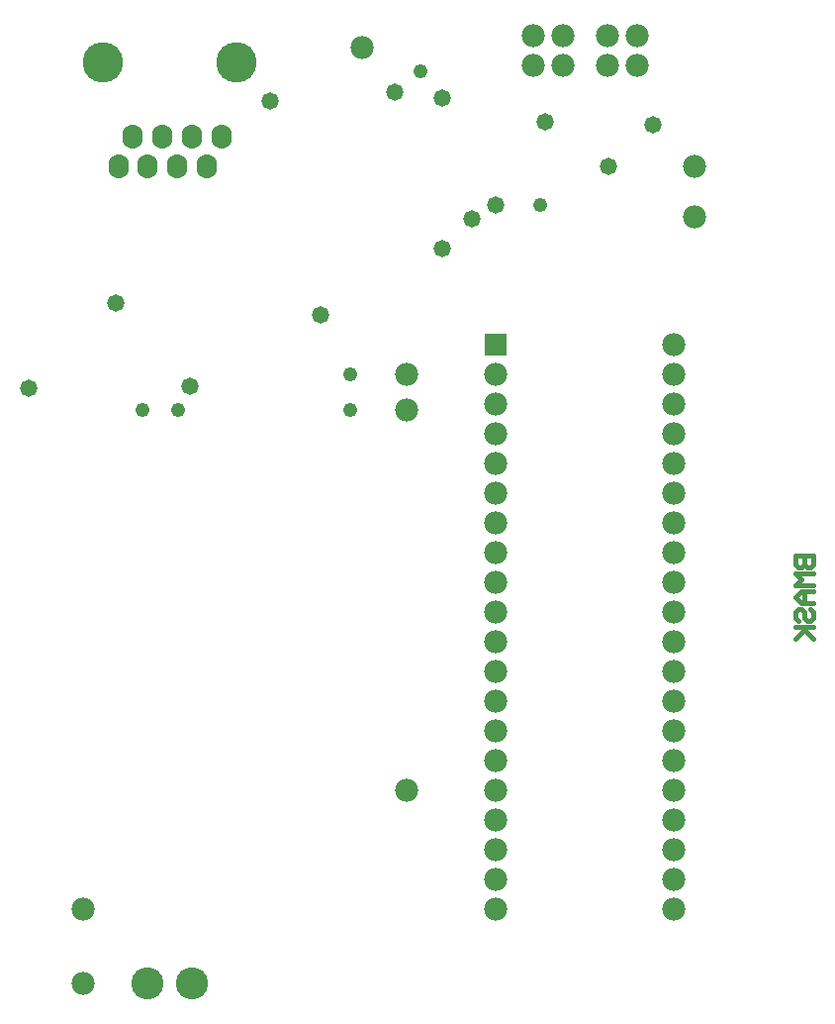
<source format=gbs>
%FSLAX24Y24*%
%MOIN*%
G70*
G01*
G75*
%ADD10R,0.0500X0.0600*%
%ADD11R,0.0320X0.0950*%
%ADD12R,0.0600X0.0500*%
%ADD13R,0.0360X0.0360*%
%ADD14R,0.0500X0.0360*%
%ADD15C,0.0200*%
%ADD16C,0.0500*%
%ADD17C,0.0150*%
%ADD18C,0.0300*%
%ADD19R,0.1000X0.6600*%
%ADD20C,0.0700*%
%ADD21O,0.0600X0.0750*%
%ADD22C,0.1280*%
%ADD23C,0.1000*%
%ADD24R,0.0700X0.0700*%
%ADD25C,0.0500*%
%ADD26C,0.0400*%
%ADD27C,0.0120*%
%ADD28C,0.0400*%
%ADD29R,0.1000X0.3500*%
%ADD30C,0.0080*%
%ADD31C,0.0079*%
%ADD32C,0.0100*%
%ADD33C,0.0000*%
%ADD34R,0.0580X0.0680*%
%ADD35R,0.0400X0.1030*%
%ADD36R,0.0680X0.0580*%
%ADD37R,0.0440X0.0440*%
%ADD38R,0.0580X0.0440*%
%ADD39C,0.0780*%
%ADD40O,0.0680X0.0830*%
%ADD41C,0.1360*%
%ADD42C,0.1080*%
%ADD43R,0.0780X0.0780*%
%ADD44C,0.0580*%
%ADD45C,0.0480*%
D17*
X134200Y81900D02*
X134800D01*
Y81600D01*
X134700Y81500D01*
X134600D01*
X134500Y81600D01*
Y81900D01*
Y81600D01*
X134400Y81500D01*
X134300D01*
X134200Y81600D01*
Y81900D01*
X134800Y81300D02*
X134200D01*
X134400Y81100D01*
X134200Y80900D01*
X134800D01*
Y80700D02*
X134400D01*
X134200Y80500D01*
X134400Y80301D01*
X134800D01*
X134500D01*
Y80700D01*
X134300Y79701D02*
X134200Y79801D01*
Y80001D01*
X134300Y80101D01*
X134400D01*
X134500Y80001D01*
Y79801D01*
X134600Y79701D01*
X134700D01*
X134800Y79801D01*
Y80001D01*
X134700Y80101D01*
X134200Y79501D02*
X134800D01*
X134600D01*
X134200Y79101D01*
X134500Y79401D01*
X134800Y79101D01*
D39*
X119600Y99000D02*
D03*
X121100Y74000D02*
D03*
X130800Y93300D02*
D03*
Y95000D02*
D03*
X121100Y86800D02*
D03*
Y88000D02*
D03*
X110200Y70000D02*
D03*
Y67500D02*
D03*
X125350Y98400D02*
D03*
X126350Y99400D02*
D03*
Y98400D02*
D03*
X125350Y99400D02*
D03*
X128850Y99400D02*
D03*
Y98400D02*
D03*
X127850Y99400D02*
D03*
Y98400D02*
D03*
X124100Y70000D02*
D03*
Y71000D02*
D03*
Y72000D02*
D03*
Y73000D02*
D03*
X130100Y88000D02*
D03*
Y89000D02*
D03*
Y78000D02*
D03*
X124100Y74000D02*
D03*
X130100Y86000D02*
D03*
Y87000D02*
D03*
Y82000D02*
D03*
Y83000D02*
D03*
Y84000D02*
D03*
Y85000D02*
D03*
Y80000D02*
D03*
Y81000D02*
D03*
Y75000D02*
D03*
Y76000D02*
D03*
Y77000D02*
D03*
X124100Y81000D02*
D03*
Y77000D02*
D03*
Y78000D02*
D03*
Y79000D02*
D03*
Y80000D02*
D03*
X130100Y70000D02*
D03*
X124100Y82000D02*
D03*
Y83000D02*
D03*
Y84000D02*
D03*
Y85000D02*
D03*
Y86000D02*
D03*
Y87000D02*
D03*
Y88000D02*
D03*
X130100Y79000D02*
D03*
X124100Y76000D02*
D03*
Y75000D02*
D03*
X130100Y71000D02*
D03*
Y72000D02*
D03*
Y73000D02*
D03*
Y74000D02*
D03*
D40*
X112350Y95000D02*
D03*
X113850Y96000D02*
D03*
X112850Y96000D02*
D03*
X113350Y95000D02*
D03*
X114350D02*
D03*
X114850Y96000D02*
D03*
X111850D02*
D03*
X111400Y95000D02*
D03*
D41*
X115350Y98500D02*
D03*
X110850D02*
D03*
D42*
X112350Y67500D02*
D03*
X113850D02*
D03*
D43*
X124100Y89000D02*
D03*
D44*
X122300Y92250D02*
D03*
X120700Y97500D02*
D03*
X123300Y93250D02*
D03*
X129400Y96400D02*
D03*
X127900Y95000D02*
D03*
X125750Y96500D02*
D03*
X124100Y93700D02*
D03*
X113800Y87600D02*
D03*
X118200Y90000D02*
D03*
X111300Y90400D02*
D03*
X116500Y97200D02*
D03*
X122300Y97300D02*
D03*
X108350Y87550D02*
D03*
D45*
X125600Y93700D02*
D03*
X119200Y88000D02*
D03*
Y86800D02*
D03*
X113400D02*
D03*
X112200D02*
D03*
X121550Y98200D02*
D03*
M02*

</source>
